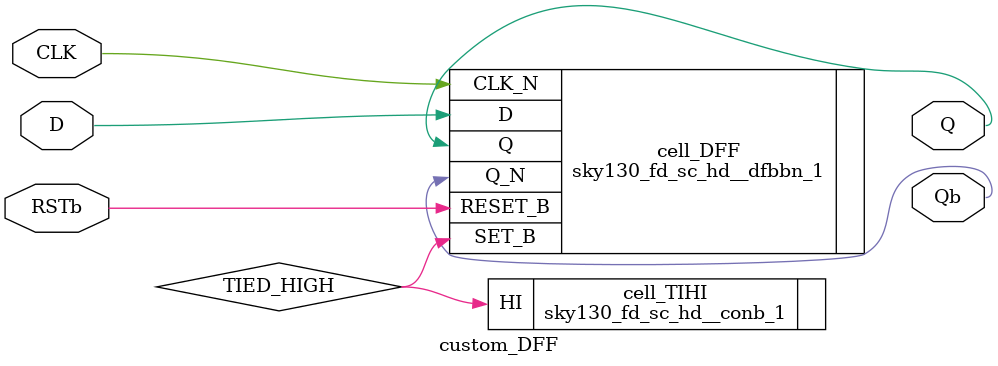
<source format=v>
`ifndef PHYSICAL_GATE_GUARD
`define PHYSICAL_GATE_GUARD

module custom_capInverter(input I,
                          output O);
    sky130_fd_sc_hd__inv_1 cell_INV(.A(I), .Y(O));
endmodule

module custom_normalInverter(input I,
                             output O);
    sky130_fd_sc_hd__inv_1 cell_INV(.A(I), .Y(O));
endmodule

module custom_NAND(input A,
                   input B,
                   output O);
    sky130_fd_sc_hd__nand2_1 cell_NAND2(.A(A), .B(B), .Y(O));
endmodule          

module custom_NAND3(input A,
                    input B,
                    input C,
                    output O);
    sky130_fd_sc_hd__nand3_1 cell_NAND3(.A(A), .B(B), .C(C), .Y(O));
endmodule 

module custom_NOR(input A,
                  input B,
                  output O);
    sky130_fd_sc_hd__nor2_1 cell_NOR(.A(A), .B(B), .Y(O));
endmodule          

module custom_XOR(input A,
                  input B,
                  output O);
    sky130_fd_sc_hd__xor2_1 cell_XOR(.A(A), .B(B), .Y(O));
endmodule

module custom_SR_b(input Sb,
                   input Rb,
                   output Q,
                   output Qb);
    sky130_fd_sc_hd__nand2_8 NANDQ (.A(Sb), .B(Qb), .Y(Q));
    sky130_fd_sc_hd__nand2_8 NANDQb (.A(Rb), .B(Q), .Y(Qb));
endmodule

module custom_SR(input S,
                 input R,
                 output Q,
                 output Qb);

    wire Sb, Rb;

    custom_normalInverter INVS (.I(S), .O(Sb));
    custom_normalInverter INVR (.I(R), .O(Rb));

    custom_SR_b SRlatch(.Sb(Sb), .Rb(Rb), .Q(Q), .Qb(Qb));
endmodule

module custom_DFF(input CLK,
                  input D,
                  input RSTb,
                  output Q,
                  output Qb);
    wire TIED_HIGH;
   	sky130_fd_sc_hd__conb_1 cell_TIHI(.HI(TIED_HIGH));
    sky130_fd_sc_hd__dfbbn_1 cell_DFF(.CLK_N(CLK), .D(D), .RESET_B(RSTb), .SET_B(TIED_HIGH), .Q(Q), .Q_N(Qb));
endmodule

(* blackbox *)
module SLC(input IN,
           input INb,
           input VOUT);
endmodule

(* blackbox *)
module transmission_gate(input G,
                         input GN,
                         output O);
endmodule
`endif

</source>
